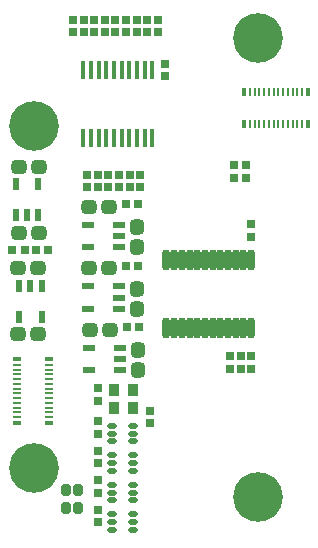
<source format=gbr>
G04*
G04 #@! TF.GenerationSoftware,Altium Limited,Altium Designer,24.9.1 (31)*
G04*
G04 Layer_Color=16711935*
%FSLAX44Y44*%
%MOMM*%
G71*
G04*
G04 #@! TF.SameCoordinates,E7EBA232-3E41-4796-8E0E-ADA696DDDB0D*
G04*
G04*
G04 #@! TF.FilePolarity,Negative*
G04*
G01*
G75*
%ADD10C,4.2032*%
%ADD17R,0.2000X0.7000*%
%ADD20R,0.7000X0.2000*%
%ADD24R,1.1000X0.6000*%
%ADD27R,0.6000X1.1000*%
G04:AMPARAMS|DCode=31|XSize=1.5mm|YSize=0.4mm|CornerRadius=0.1mm|HoleSize=0mm|Usage=FLASHONLY|Rotation=90.000|XOffset=0mm|YOffset=0mm|HoleType=Round|Shape=RoundedRectangle|*
%AMROUNDEDRECTD31*
21,1,1.5000,0.2000,0,0,90.0*
21,1,1.3000,0.4000,0,0,90.0*
1,1,0.2000,0.1000,0.6500*
1,1,0.2000,0.1000,-0.6500*
1,1,0.2000,-0.1000,-0.6500*
1,1,0.2000,-0.1000,0.6500*
%
%ADD31ROUNDEDRECTD31*%
%ADD33R,0.4500X0.8000*%
%ADD34R,0.8000X0.4500*%
G04:AMPARAMS|DCode=35|XSize=0.75mm|YSize=0.7mm|CornerRadius=0.2mm|HoleSize=0mm|Usage=FLASHONLY|Rotation=270.000|XOffset=0mm|YOffset=0mm|HoleType=Round|Shape=RoundedRectangle|*
%AMROUNDEDRECTD35*
21,1,0.7500,0.3000,0,0,270.0*
21,1,0.3500,0.7000,0,0,270.0*
1,1,0.4000,-0.1500,-0.1750*
1,1,0.4000,-0.1500,0.1750*
1,1,0.4000,0.1500,0.1750*
1,1,0.4000,0.1500,-0.1750*
%
%ADD35ROUNDEDRECTD35*%
G04:AMPARAMS|DCode=36|XSize=1.0032mm|YSize=0.8032mm|CornerRadius=0.2516mm|HoleSize=0mm|Usage=FLASHONLY|Rotation=90.000|XOffset=0mm|YOffset=0mm|HoleType=Round|Shape=RoundedRectangle|*
%AMROUNDEDRECTD36*
21,1,1.0032,0.3000,0,0,90.0*
21,1,0.5000,0.8032,0,0,90.0*
1,1,0.5032,0.1500,0.2500*
1,1,0.5032,0.1500,-0.2500*
1,1,0.5032,-0.1500,-0.2500*
1,1,0.5032,-0.1500,0.2500*
%
%ADD36ROUNDEDRECTD36*%
%ADD37R,0.8532X1.0532*%
G04:AMPARAMS|DCode=38|XSize=0.75mm|YSize=0.7mm|CornerRadius=0.2mm|HoleSize=0mm|Usage=FLASHONLY|Rotation=180.000|XOffset=0mm|YOffset=0mm|HoleType=Round|Shape=RoundedRectangle|*
%AMROUNDEDRECTD38*
21,1,0.7500,0.3000,0,0,180.0*
21,1,0.3500,0.7000,0,0,180.0*
1,1,0.4000,-0.1750,0.1500*
1,1,0.4000,0.1750,0.1500*
1,1,0.4000,0.1750,-0.1500*
1,1,0.4000,-0.1750,-0.1500*
%
%ADD38ROUNDEDRECTD38*%
G04:AMPARAMS|DCode=39|XSize=1.3032mm|YSize=1.2032mm|CornerRadius=0.3516mm|HoleSize=0mm|Usage=FLASHONLY|Rotation=180.000|XOffset=0mm|YOffset=0mm|HoleType=Round|Shape=RoundedRectangle|*
%AMROUNDEDRECTD39*
21,1,1.3032,0.5000,0,0,180.0*
21,1,0.6000,1.2032,0,0,180.0*
1,1,0.7032,-0.3000,0.2500*
1,1,0.7032,0.3000,0.2500*
1,1,0.7032,0.3000,-0.2500*
1,1,0.7032,-0.3000,-0.2500*
%
%ADD39ROUNDEDRECTD39*%
G04:AMPARAMS|DCode=40|XSize=1.3032mm|YSize=1.2032mm|CornerRadius=0.3516mm|HoleSize=0mm|Usage=FLASHONLY|Rotation=270.000|XOffset=0mm|YOffset=0mm|HoleType=Round|Shape=RoundedRectangle|*
%AMROUNDEDRECTD40*
21,1,1.3032,0.5000,0,0,270.0*
21,1,0.6000,1.2032,0,0,270.0*
1,1,0.7032,-0.2500,-0.3000*
1,1,0.7032,-0.2500,0.3000*
1,1,0.7032,0.2500,0.3000*
1,1,0.7032,0.2500,-0.3000*
%
%ADD40ROUNDEDRECTD40*%
G04:AMPARAMS|DCode=41|XSize=0.5032mm|YSize=0.8632mm|CornerRadius=0.1766mm|HoleSize=0mm|Usage=FLASHONLY|Rotation=270.000|XOffset=0mm|YOffset=0mm|HoleType=Round|Shape=RoundedRectangle|*
%AMROUNDEDRECTD41*
21,1,0.5032,0.5100,0,0,270.0*
21,1,0.1500,0.8632,0,0,270.0*
1,1,0.3532,-0.2550,-0.0750*
1,1,0.3532,-0.2550,0.0750*
1,1,0.3532,0.2550,0.0750*
1,1,0.3532,0.2550,-0.0750*
%
%ADD41ROUNDEDRECTD41*%
G04:AMPARAMS|DCode=42|XSize=1.7032mm|YSize=0.6532mm|CornerRadius=0.2141mm|HoleSize=0mm|Usage=FLASHONLY|Rotation=90.000|XOffset=0mm|YOffset=0mm|HoleType=Round|Shape=RoundedRectangle|*
%AMROUNDEDRECTD42*
21,1,1.7032,0.2250,0,0,90.0*
21,1,1.2750,0.6532,0,0,90.0*
1,1,0.4282,0.1125,0.6375*
1,1,0.4282,0.1125,-0.6375*
1,1,0.4282,-0.1125,-0.6375*
1,1,0.4282,-0.1125,0.6375*
%
%ADD42ROUNDEDRECTD42*%
D10*
X215000Y439000D02*
D03*
X25000Y364000D02*
D03*
Y75000D02*
D03*
X215000Y50000D02*
D03*
D17*
X252000Y393550D02*
D03*
Y366450D02*
D03*
X248000Y393550D02*
D03*
Y366450D02*
D03*
X244000Y393550D02*
D03*
Y366450D02*
D03*
X240000Y393550D02*
D03*
Y366450D02*
D03*
X236000Y393550D02*
D03*
Y366450D02*
D03*
X232000Y393550D02*
D03*
Y366450D02*
D03*
X228000Y393550D02*
D03*
Y366450D02*
D03*
X224000Y393550D02*
D03*
Y366450D02*
D03*
X220000Y393550D02*
D03*
Y366450D02*
D03*
X216000Y393550D02*
D03*
Y366450D02*
D03*
X212000Y393550D02*
D03*
Y366450D02*
D03*
X208000Y393550D02*
D03*
Y366450D02*
D03*
D20*
X37550Y118000D02*
D03*
X10450D02*
D03*
X37550Y122000D02*
D03*
X10450D02*
D03*
X37550Y126000D02*
D03*
X10450D02*
D03*
X37550Y130000D02*
D03*
X10450D02*
D03*
X37550Y134000D02*
D03*
X10450D02*
D03*
X37550Y138000D02*
D03*
X10450D02*
D03*
X37550Y142000D02*
D03*
X10450D02*
D03*
X37550Y146000D02*
D03*
X10450D02*
D03*
X37550Y150000D02*
D03*
X10450D02*
D03*
X37550Y154000D02*
D03*
X10450D02*
D03*
X37550Y158000D02*
D03*
X10450D02*
D03*
X37550Y162000D02*
D03*
X10450D02*
D03*
D24*
X97000Y228500D02*
D03*
Y219000D02*
D03*
Y209500D02*
D03*
X71000D02*
D03*
Y228500D02*
D03*
X72000Y176500D02*
D03*
Y157500D02*
D03*
X98000D02*
D03*
Y167000D02*
D03*
Y176500D02*
D03*
X71000Y280500D02*
D03*
Y261500D02*
D03*
X97000D02*
D03*
Y271000D02*
D03*
Y280500D02*
D03*
D27*
X28500Y289000D02*
D03*
X19000D02*
D03*
X9500D02*
D03*
Y315000D02*
D03*
X28500D02*
D03*
X12500Y203000D02*
D03*
X31500D02*
D03*
Y229000D02*
D03*
X22000D02*
D03*
X12500D02*
D03*
D31*
X125250Y412000D02*
D03*
X118750D02*
D03*
X112250D02*
D03*
X105750D02*
D03*
X99250D02*
D03*
X92750D02*
D03*
X86250D02*
D03*
X79750D02*
D03*
X73250D02*
D03*
X66750D02*
D03*
X66750Y354000D02*
D03*
X73250D02*
D03*
X79750D02*
D03*
X86250D02*
D03*
X92750D02*
D03*
X99250D02*
D03*
X105750D02*
D03*
X112250D02*
D03*
X118750D02*
D03*
X125250D02*
D03*
D33*
X203250Y366450D02*
D03*
X256750D02*
D03*
X203250Y393550D02*
D03*
X256750D02*
D03*
D34*
X10450Y166750D02*
D03*
Y113250D02*
D03*
X37550Y166750D02*
D03*
Y113250D02*
D03*
D35*
X205000Y320750D02*
D03*
Y331250D02*
D03*
X194000Y320750D02*
D03*
Y331250D02*
D03*
X70000Y323250D02*
D03*
Y312750D02*
D03*
X79000D02*
D03*
Y323250D02*
D03*
X88000Y312750D02*
D03*
Y323250D02*
D03*
X97000Y312750D02*
D03*
Y323250D02*
D03*
X106000D02*
D03*
Y312750D02*
D03*
X79000Y142250D02*
D03*
Y131750D02*
D03*
X123000Y123250D02*
D03*
Y112750D02*
D03*
X79000Y114250D02*
D03*
Y103750D02*
D03*
Y89250D02*
D03*
Y78750D02*
D03*
Y53750D02*
D03*
Y64250D02*
D03*
Y28750D02*
D03*
Y39250D02*
D03*
X191000Y158750D02*
D03*
Y169250D02*
D03*
X200000D02*
D03*
Y158750D02*
D03*
X209000Y169250D02*
D03*
Y158750D02*
D03*
Y281250D02*
D03*
Y270750D02*
D03*
X115000Y323250D02*
D03*
Y312750D02*
D03*
X121000Y443750D02*
D03*
Y454250D02*
D03*
X94000Y454250D02*
D03*
Y443750D02*
D03*
X58000Y443750D02*
D03*
Y454250D02*
D03*
X76000D02*
D03*
Y443750D02*
D03*
X85000Y454250D02*
D03*
Y443750D02*
D03*
X67000D02*
D03*
Y454250D02*
D03*
X103000Y443750D02*
D03*
Y454250D02*
D03*
X130000Y443750D02*
D03*
Y454250D02*
D03*
X112000Y454250D02*
D03*
Y443750D02*
D03*
X136000Y417250D02*
D03*
Y406750D02*
D03*
D36*
X62000Y56000D02*
D03*
X52000D02*
D03*
X62000Y41000D02*
D03*
X52000D02*
D03*
D37*
X109250Y140750D02*
D03*
X92750D02*
D03*
Y125250D02*
D03*
X109250D02*
D03*
D38*
X37250Y259000D02*
D03*
X26750D02*
D03*
X17250D02*
D03*
X6750D02*
D03*
X102750Y246000D02*
D03*
X113250D02*
D03*
X114250Y194000D02*
D03*
X103750D02*
D03*
X113250Y298000D02*
D03*
X102750D02*
D03*
D39*
X12500Y274000D02*
D03*
X29500D02*
D03*
Y330000D02*
D03*
X12500D02*
D03*
X71500Y244000D02*
D03*
X88500D02*
D03*
X11500D02*
D03*
X28500D02*
D03*
Y188000D02*
D03*
X11500D02*
D03*
X89500Y192000D02*
D03*
X72500D02*
D03*
X71500Y296000D02*
D03*
X88500D02*
D03*
D40*
X112000Y226500D02*
D03*
Y209500D02*
D03*
X113000Y157500D02*
D03*
Y174500D02*
D03*
X112000Y261500D02*
D03*
Y278500D02*
D03*
D41*
X90800Y110500D02*
D03*
Y104000D02*
D03*
Y97500D02*
D03*
X109200Y110500D02*
D03*
Y104000D02*
D03*
Y97500D02*
D03*
X90800Y85500D02*
D03*
Y79000D02*
D03*
Y72500D02*
D03*
X109200Y85500D02*
D03*
Y79000D02*
D03*
Y72500D02*
D03*
X90800Y60500D02*
D03*
Y54000D02*
D03*
Y47500D02*
D03*
X109200Y60500D02*
D03*
Y54000D02*
D03*
Y47500D02*
D03*
X90800Y35500D02*
D03*
Y29000D02*
D03*
Y22500D02*
D03*
X109200Y35500D02*
D03*
Y29000D02*
D03*
Y22500D02*
D03*
D42*
X202250Y193000D02*
D03*
X195750D02*
D03*
X189250D02*
D03*
X182750D02*
D03*
X176250D02*
D03*
X169750D02*
D03*
X163250D02*
D03*
X156750D02*
D03*
X150250D02*
D03*
X143750D02*
D03*
X137250D02*
D03*
Y251000D02*
D03*
X143750D02*
D03*
X150250D02*
D03*
X156750D02*
D03*
X163250D02*
D03*
X169750D02*
D03*
X176250D02*
D03*
X182750D02*
D03*
X189250D02*
D03*
X195750D02*
D03*
X202250D02*
D03*
X208750D02*
D03*
Y193000D02*
D03*
M02*

</source>
